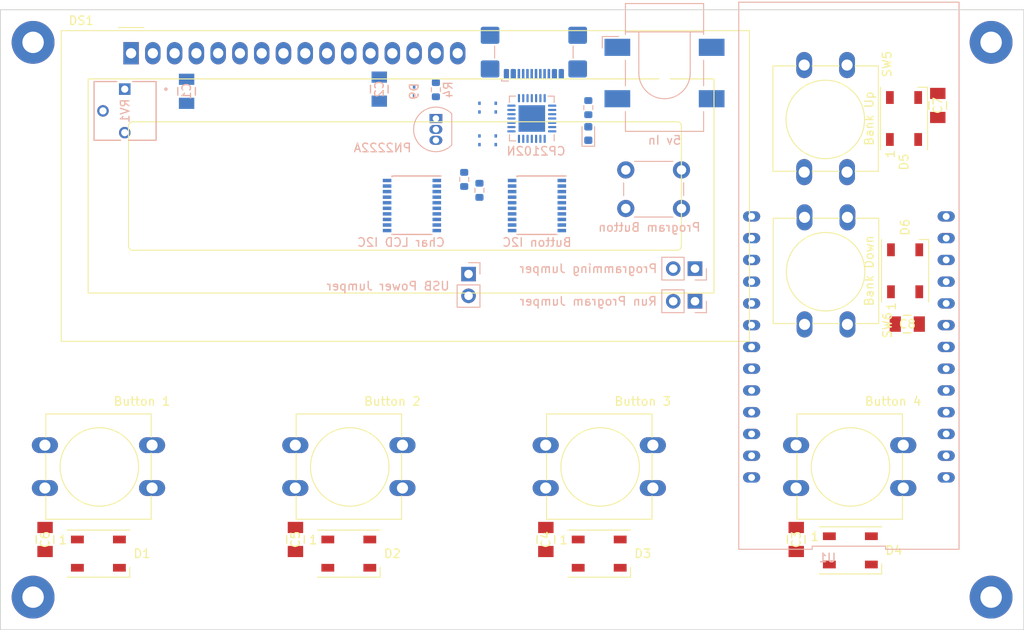
<source format=kicad_pcb>
(kicad_pcb (version 20221018) (generator pcbnew)
  (layers (0 "F.Cu" signal) (31 "B.Cu" signal) (34 "B.Paste" user) (35 "F.Paste" user) (36 "B.SilkS" user "B.Silkscreen") (37 "F.SilkS" user "F.Silkscreen") (38 "B.Mask" user) (39 "F.Mask" user) (44 "Edge.Cuts" user))
  (net 0 "")
  (net 1 "VBUS")
  (net 2 "GND")
  (net 3 "Net-(D1-DOUT)")
  (net 4 "WS2812b LED Data")
  (net 5 "Net-(D2-DOUT)")
  (net 6 "Net-(D3-DOUT)")
  (net 7 "Net-(D4-DOUT)")
  (net 8 "Net-(D5-DOUT)")
  (net 10 "Net-(D7-A)")
  (net 11 "Net-(D9-K)")
  (net 12 "Net-(D10-K)")
  (net 13 "Net-(D11-K)")
  (net 14 "Net-(D12-K)")
  (net 15 "Net-(DS1-VO)")
  (net 16 "Net-(DS1-RS)")
  (net 17 "Net-(DS1-R{slash}W)")
  (net 18 "Net-(DS1-E)")
  (net 23 "Net-(DS1-D4)")
  (net 24 "Net-(DS1-D5)")
  (net 25 "Net-(DS1-D6)")
  (net 26 "Net-(DS1-D7)")
  (net 27 "Net-(DS1-LED(-))")
  (net 28 "Net-(JP1-A)")
  (net 29 "Net-(JP2-A)")
  (net 30 "Net-(JP3-A)")
  (net 33 "LCD Backlight")
  (net 34 "SDA")
  (net 35 "SCL")
  (net 36 "Button 1")
  (net 37 "Button 2")
  (net 38 "Button 3")
  (net 39 "Button 4")
  (net 40 "Bank Up Button")
  (net 41 "Bank Down Button")
  (net 82 "Net-(U1-CLK_EN)")
  (footprint "LED_SMD:LED_WS2812B_PLCC4_5.0x5.0mm_P3.2mm" (layer "F.Cu") (at 105.41 88.9)
    (fp_text reference "D3" (at 5.08 0) (layer "F.SilkS"))
    (fp_text value "WS2812B")
    (fp_text user "1" (at -4.15 -1.6) (layer "F.SilkS"))
    (pad "1" smd rect (at -2.45 -1.65) (size 1.5 0.9) (layers "F.Cu" "F.Paste" "F.Mask") (net 1 "VBUS"))
    (pad "2" smd rect (at -2.45 1.65) (size 1.5 0.9) (layers "F.Cu" "F.Paste" "F.Mask") (net 6 "Net-(D3-DOUT)"))
    (pad "3" smd rect (at 2.45 1.65) (size 1.5 0.9) (layers "F.Cu" "F.Paste" "F.Mask") (net 2 "GND"))
    (pad "4" smd rect (at 2.45 -1.65) (size 1.5 0.9) (layers "F.Cu" "F.Paste" "F.Mask") (net 5 "Net-(D2-DOUT)"))
  )
  (footprint "MountingHole:MountingHole_2.5mm_Pad" (layer "F.Cu") (at 39.37 93.98)
    (fp_text reference "H2" hide)
    (fp_text value "MountingHole_Pad" hide)
    (pad "1" thru_hole circle (at 0 0) (size 5 5) (drill 2.5) (layers "*.Cu" "*.Mask") (net 2 "GND"))
  )
  (footprint "LED_SMD:LED_WS2812B_PLCC4_5.0x5.0mm_P3.2mm" (layer "F.Cu") (at 76.2 88.9)
    (fp_text reference "D2" (at 5.08 0) (layer "F.SilkS"))
    (fp_text value "WS2812B")
    (fp_text user "1" (at -4.15 -1.6) (layer "F.SilkS"))
    (pad "1" smd rect (at -2.45 -1.65) (size 1.5 0.9) (layers "F.Cu" "F.Paste" "F.Mask") (net 1 "VBUS"))
    (pad "2" smd rect (at -2.45 1.65) (size 1.5 0.9) (layers "F.Cu" "F.Paste" "F.Mask") (net 5 "Net-(D2-DOUT)"))
    (pad "3" smd rect (at 2.45 1.65) (size 1.5 0.9) (layers "F.Cu" "F.Paste" "F.Mask") (net 2 "GND"))
    (pad "4" smd rect (at 2.45 -1.65) (size 1.5 0.9) (layers "F.Cu" "F.Paste" "F.Mask") (net 3 "Net-(D1-DOUT)"))
  )
  (footprint "capacitor model:CAPC340180_88N_KEM" (layer "F.Cu") (at 69.977 87.249 90)
    (fp_text reference "C5" (at 0 0 90 unlocked) (layer "F.SilkS"))
    (fp_text value "C")
    (pad "1" smd rect (at -1.402798 0 90) (size 1.305598 1.799996) (layers "F.Cu" "F.Paste" "F.Mask") (net 1 "VBUS"))
    (pad "2" smd rect (at 1.402798 0 90) (size 1.305598 1.799996) (layers "F.Cu" "F.Paste" "F.Mask") (net 2 "GND"))
  )
  (footprint "capacitor model:CAPC340180_88N_KEM" (layer "F.Cu") (at 141.351 62.103)
    (fp_text reference "C8" (at 0 0 unlocked) (layer "F.SilkS"))
    (fp_text value "C")
    (pad "1" smd rect (at -1.402798 0) (size 1.305598 1.799996) (layers "F.Cu" "F.Paste" "F.Mask") (net 1 "VBUS"))
    (pad "2" smd rect (at 1.402798 0) (size 1.305598 1.799996) (layers "F.Cu" "F.Paste" "F.Mask") (net 2 "GND"))
  )
  (footprint "Button_Switch_THT:SW_PUSH-12mm" (layer "F.Cu") (at 69.96 76.24)
    (fp_text reference "SW2" hide)
    (fp_text value "Button 2" (at 11.32 -5.12) (layer "F.SilkS"))
    (pad "1" thru_hole oval (at 0 0) (size 3.048 1.85) (drill 1.3) (layers "*.Cu" "*.Mask") (net 37 "Button 2"))
    (pad "1" thru_hole oval (at 12.5 0) (size 3.048 1.85) (drill 1.3) (layers "*.Cu" "*.Mask") (net 37 "Button 2"))
    (pad "2" thru_hole oval (at 0 5) (size 3.048 1.85) (drill 1.3) (layers "*.Cu" "*.Mask") (net 2 "GND"))
    (pad "2" thru_hole oval (at 12.5 5) (size 3.048 1.85) (drill 1.3) (layers "*.Cu" "*.Mask") (net 2 "GND"))
  )
  (footprint "Display:WC1602A" (layer "F.Cu") (at 50.8 30.48)
    (fp_text reference "DS1" (at -5.82 -3.81) (layer "F.SilkS"))
    (fp_text value "Character LCD")
    (pad "1" thru_hole rect (at 0 0) (size 1.8 2.6) (drill 1.2) (layers "*.Cu" "*.Mask") (net 2 "GND"))
    (pad "2" thru_hole oval (at 2.54 0) (size 1.8 2.6) (drill 1.2) (layers "*.Cu" "*.Mask") (net 1 "VBUS"))
    (pad "3" thru_hole oval (at 5.08 0) (size 1.8 2.6) (drill 1.2) (layers "*.Cu" "*.Mask") (net 15 "Net-(DS1-VO)"))
    (pad "4" thru_hole oval (at 7.62 0) (size 1.8 2.6) (drill 1.2) (layers "*.Cu" "*.Mask") (net 16 "Net-(DS1-RS)"))
    (pad "5" thru_hole oval (at 10.16 0) (size 1.8 2.6) (drill 1.2) (layers "*.Cu" "*.Mask") (net 17 "Net-(DS1-R{slash}W)"))
    (pad "6" thru_hole oval (at 12.7 0) (size 1.8 2.6) (drill 1.2) (layers "*.Cu" "*.Mask") (net 18 "Net-(DS1-E)"))
    (pad "7" thru_hole oval (at 15.24 0) (size 1.8 2.6) (drill 1.2) (layers "*.Cu" "*.Mask"))
    (pad "8" thru_hole oval (at 17.78 0) (size 1.8 2.6) (drill 1.2) (layers "*.Cu" "*.Mask"))
    (pad "9" thru_hole oval (at 20.32 0) (size 1.8 2.6) (drill 1.2) (layers "*.Cu" "*.Mask"))
    (pad "10" thru_hole oval (at 22.86 0) (size 1.8 2.6) (drill 1.2) (layers "*.Cu" "*.Mask"))
    (pad "11" thru_hole oval (at 25.4 0) (size 1.8 2.6) (drill 1.2) (layers "*.Cu" "*.Mask") (net 23 "Net-(DS1-D4)"))
    (pad "12" thru_hole oval (at 27.94 0) (size 1.8 2.6) (drill 1.2) (layers "*.Cu" "*.Mask") (net 24 "Net-(DS1-D5)"))
    (pad "13" thru_hole oval (at 30.48 0) (size 1.8 2.6) (drill 1.2) (layers "*.Cu" "*.Mask") (net 25 "Net-(DS1-D6)"))
    (pad "14" thru_hole oval (at 33.02 0) (size 1.8 2.6) (drill 1.2) (layers "*.Cu" "*.Mask") (net 26 "Net-(DS1-D7)"))
    (pad "15" thru_hole oval (at 35.56 0) (size 1.8 2.6) (drill 1.2) (layers "*.Cu" "*.Mask") (net 1 "VBUS"))
    (pad "16" thru_hole oval (at 38.1 0) (size 1.8 2.6) (drill 1.2) (layers "*.Cu" "*.Mask") (net 27 "Net-(DS1-LED(-))"))
  )
  (footprint "LED_SMD:LED_WS2812B_PLCC4_5.0x5.0mm_P3.2mm" (layer "F.Cu") (at 46.99 88.9)
    (fp_text reference "D1" (at 5.08 0) (layer "F.SilkS"))
    (fp_text value "WS2812B")
    (fp_text user "1" (at -4.15 -1.6) (layer "F.SilkS"))
    (pad "1" smd rect (at -2.45 -1.65) (size 1.5 0.9) (layers "F.Cu" "F.Paste" "F.Mask") (net 1 "VBUS"))
    (pad "2" smd rect (at -2.45 1.65) (size 1.5 0.9) (layers "F.Cu" "F.Paste" "F.Mask") (net 3 "Net-(D1-DOUT)"))
    (pad "3" smd rect (at 2.45 1.65) (size 1.5 0.9) (layers "F.Cu" "F.Paste" "F.Mask") (net 2 "GND"))
    (pad "4" smd rect (at 2.45 -1.65) (size 1.5 0.9) (layers "F.Cu" "F.Paste" "F.Mask") (net 4 "WS2812b LED Data"))
  )
  (footprint "Button_Switch_THT:SW_PUSH-12mm" (layer "F.Cu") (at 134.366 49.64 -90)
    (fp_text reference "SW6" (at 12.59 -4.66 90) (layer "F.SilkS"))
    (fp_text value "Bank Down" (at 6.24 -2.54 90) (layer "F.SilkS"))
    (pad "1" thru_hole oval (at 0 0 270) (size 3.048 1.85) (drill 1.3) (layers "*.Cu" "*.Mask") (net 41 "Bank Down Button"))
    (pad "1" thru_hole oval (at 12.5 0 270) (size 3.048 1.85) (drill 1.3) (layers "*.Cu" "*.Mask") (net 41 "Bank Down Button"))
    (pad "2" thru_hole oval (at 0 5 270) (size 3.048 1.85) (drill 1.3) (layers "*.Cu" "*.Mask") (net 2 "GND"))
    (pad "2" thru_hole oval (at 12.5 5 270) (size 3.048 1.85) (drill 1.3) (layers "*.Cu" "*.Mask") (net 2 "GND"))
  )
  (footprint "LED_SMD:LED_WS2812B_PLCC4_5.0x5.0mm_P3.2mm" (layer "F.Cu") (at 141.097 55.88 90)
    (fp_text reference "D6" (at 5.08 0 90) (layer "F.SilkS"))
    (fp_text value "WS2812B" hide)
    (fp_text user "1" (at -4.15 -1.6 90) (layer "F.SilkS"))
    (pad "1" smd rect (at -2.45 -1.65 90) (size 1.5 0.9) (layers "F.Cu" "F.Paste" "F.Mask") (net 1 "VBUS"))
    (pad "2" smd rect (at -2.45 1.65 90) (size 1.5 0.9) (layers "F.Cu" "F.Paste" "F.Mask"))
    (pad "3" smd rect (at 2.45 1.65 90) (size 1.5 0.9) (layers "F.Cu" "F.Paste" "F.Mask") (net 2 "GND"))
    (pad "4" smd rect (at 2.45 -1.65 90) (size 1.5 0.9) (layers "F.Cu" "F.Paste" "F.Mask") (net 8 "Net-(D5-DOUT)"))
  )
  (footprint "LED_SMD:LED_WS2812B_PLCC4_5.0x5.0mm_P3.2mm" (layer "F.Cu") (at 134.71 88.52)
    (fp_text reference "D4" (at 5.08 0) (layer "F.SilkS"))
    (fp_text value "WS2812B")
    (fp_text user "1" (at -4.15 -1.6) (layer "F.SilkS"))
    (pad "1" smd rect (at -2.45 -1.65) (size 1.5 0.9) (layers "F.Cu" "F.Paste" "F.Mask") (net 1 "VBUS"))
    (pad "2" smd rect (at -2.45 1.65) (size 1.5 0.9) (layers "F.Cu" "F.Paste" "F.Mask") (net 7 "Net-(D4-DOUT)"))
    (pad "3" smd rect (at 2.45 1.65) (size 1.5 0.9) (layers "F.Cu" "F.Paste" "F.Mask") (net 2 "GND"))
    (pad "4" smd rect (at 2.45 -1.65) (size 1.5 0.9) (layers "F.Cu" "F.Paste" "F.Mask") (net 6 "Net-(D3-DOUT)"))
  )
  (footprint "capacitor model:CAPC340180_88N_KEM" (layer "F.Cu") (at 99.187 87.249 90)
    (fp_text reference "C4" (at 0 0 90 unlocked) (layer "F.SilkS"))
    (fp_text value "C")
    (pad "1" smd rect (at -1.402798 0 90) (size 1.305598 1.799996) (layers "F.Cu" "F.Paste" "F.Mask") (net 1 "VBUS"))
    (pad "2" smd rect (at 1.402798 0 90) (size 1.305598 1.799996) (layers "F.Cu" "F.Paste" "F.Mask") (net 2 "GND"))
  )
  (footprint "capacitor model:CAPC340180_88N_KEM" (layer "F.Cu") (at 40.767 87.249 90)
    (fp_text reference "C6" (at 0 0 90 unlocked) (layer "F.SilkS"))
    (fp_text value "C")
    (pad "1" smd rect (at -1.402798 0 90) (size 1.305598 1.799996) (layers "F.Cu" "F.Paste" "F.Mask") (net 1 "VBUS"))
    (pad "2" smd rect (at 1.402798 0 90) (size 1.305598 1.799996) (layers "F.Cu" "F.Paste" "F.Mask") (net 2 "GND"))
  )
  (footprint "MountingHole:MountingHole_2.5mm_Pad" (layer "F.Cu") (at 151.13 93.98)
    (fp_text reference "H4" hide)
    (fp_text value "MountingHole_Pad" hide)
    (pad "1" thru_hole circle (at 0 0) (size 5 5) (drill 2.5) (layers "*.Cu" "*.Mask") (net 2 "GND"))
  )
  (footprint "LED_SMD:LED_WS2812B_PLCC4_5.0x5.0mm_P3.2mm" (layer "F.Cu") (at 140.97 38.1 90)
    (fp_text reference "D5" (at -5.08 0 90) (layer "F.SilkS"))
    (fp_text value "WS2812B" hide)
    (fp_text user "1" (at -4.15 -1.6 90) (layer "F.SilkS"))
    (pad "1" smd rect (at -2.45 -1.65 90) (size 1.5 0.9) (layers "F.Cu" "F.Paste" "F.Mask") (net 1 "VBUS"))
    (pad "2" smd rect (at -2.45 1.65 90) (size 1.5 0.9) (layers "F.Cu" "F.Paste" "F.Mask") (net 8 "Net-(D5-DOUT)"))
    (pad "3" smd rect (at 2.45 1.65 90) (size 1.5 0.9) (layers "F.Cu" "F.Paste" "F.Mask") (net 2 "GND"))
    (pad "4" smd rect (at 2.45 -1.65 90) (size 1.5 0.9) (layers "F.Cu" "F.Paste" "F.Mask") (net 7 "Net-(D4-DOUT)"))
  )
  (footprint "Button_Switch_THT:SW_PUSH-12mm" (layer "F.Cu") (at 99.17 76.24)
    (fp_text reference "SW3" hide)
    (fp_text value "Button 3" (at 11.32 -5.12) (layer "F.SilkS"))
    (pad "1" thru_hole oval (at 0 0) (size 3.048 1.85) (drill 1.3) (layers "*.Cu" "*.Mask") (net 38 "Button 3"))
    (pad "1" thru_hole oval (at 12.5 0) (size 3.048 1.85) (drill 1.3) (layers "*.Cu" "*.Mask") (net 38 "Button 3"))
    (pad "2" thru_hole oval (at 0 5) (size 3.048 1.85) (drill 1.3) (layers "*.Cu" "*.Mask") (net 2 "GND"))
    (pad "2" thru_hole oval (at 12.5 5) (size 3.048 1.85) (drill 1.3) (layers "*.Cu" "*.Mask") (net 2 "GND"))
  )
  (footprint "Button_Switch_THT:SW_PUSH-12mm" (layer "F.Cu") (at 128.38 76.24)
    (fp_text reference "SW4" hide)
    (fp_text value "Button 4" (at 11.32 -5.12) (layer "F.SilkS"))
    (pad "1" thru_hole oval (at 0 0) (size 3.048 1.85) (drill 1.3) (layers "*.Cu" "*.Mask") (net 39 "Button 4"))
    (pad "1" thru_hole oval (at 12.5 0) (size 3.048 1.85) (drill 1.3) (layers "*.Cu" "*.Mask") (net 39 "Button 4"))
    (pad "2" thru_hole oval (at 0 5) (size 3.048 1.85) (drill 1.3) (layers "*.Cu" "*.Mask") (net 2 "GND"))
    (pad "2" thru_hole oval (at 12.5 5) (size 3.048 1.85) (drill 1.3) (layers "*.Cu" "*.Mask") (net 2 "GND"))
  )
  (footprint "MountingHole:MountingHole_2.5mm_Pad" (layer "F.Cu") (at 39.37 29.21)
    (fp_text reference "H1" hide)
    (fp_text value "MountingHole_Pad" hide)
    (pad "1" thru_hole circle (at 0 0) (size 5 5) (drill 2.5) (layers "*.Cu" "*.Mask") (net 2 "GND"))
  )
  (footprint "capacitor model:CAPC340180_88N_KEM" (layer "F.Cu") (at 144.907 36.576 90)
    (fp_text reference "C7" (at 0 0 90 unlocked) (layer "F.SilkS"))
    (fp_text value "C")
    (pad "1" smd rect (at -1.402798 0 90) (size 1.305598 1.799996) (layers "F.Cu" "F.Paste" "F.Mask") (net 1 "VBUS"))
    (pad "2" smd rect (at 1.402798 0 90) (size 1.305598 1.799996) (layers "F.Cu" "F.Paste" "F.Mask") (net 2 "GND"))
  )
  (footprint "MountingHole:MountingHole_2.5mm_Pad" (layer "F.Cu") (at 151.13 29.21)
    (fp_text reference "H3" hide)
    (fp_text value "MountingHole_Pad" hide)
    (pad "1" thru_hole circle (at 0 0) (size 5 5) (drill 2.5) (layers "*.Cu" "*.Mask") (net 2 "GND"))
  )
  (footprint "Button_Switch_THT:SW_PUSH-12mm" (layer "F.Cu") (at 40.75 76.24)
    (fp_text reference "SW1" hide)
    (fp_text value "Button 1" (at 11.32 -5.12) (layer "F.SilkS"))
    (pad "1" thru_hole oval (at 0 0) (size 3.048 1.85) (drill 1.3) (layers "*.Cu" "*.Mask") (net 36 "Button 1"))
    (pad "1" thru_hole oval (at 12.5 0) (size 3.048 1.85) (drill 1.3) (layers "*.Cu" "*.Mask") (net 36 "Button 1"))
    (pad "2" thru_hole oval (at 0 5) (size 3.048 1.85) (drill 1.3) (layers "*.Cu" "*.Mask") (net 2 "GND"))
    (pad "2" thru_hole oval (at 12.5 5) (size 3.048 1.85) (drill 1.3) (layers "*.Cu" "*.Mask") (net 2 "GND"))
  )
  (footprint "capacitor model:CAPC340180_88N_KEM" (layer "F.Cu") (at 128.397 87.249 90)
    (fp_text reference "C3" (at 0 0 90 unlocked) (layer "F.SilkS"))
    (fp_text value "C")
    (pad "1" smd rect (at -1.402798 0 90) (size 1.305598 1.799996) (layers "F.Cu" "F.Paste" "F.Mask") (net 1 "VBUS"))
    (pad "2" smd rect (at 1.402798 0 90) (size 1.305598 1.799996) (layers "F.Cu" "F.Paste" "F.Mask") (net 2 "GND"))
  )
  (footprint "Button_Switch_THT:SW_PUSH-12mm" (layer "F.Cu") (at 134.326 31.86 -90)
    (fp_text reference "SW5" (at -0.11 -4.66 90) (layer "F.SilkS"))
    (fp_text value "Bank Up" (at 6.24 -2.58 90) (layer "F.SilkS"))
    (pad "1" thru_hole oval (at 0 0 270) (size 3.048 1.85) (drill 1.3) (layers "*.Cu" "*.Mask") (net 40 "Bank Up Button"))
    (pad "1" thru_hole oval (at 12.5 0 270) (size 3.048 1.85) (drill 1.3) (layers "*.Cu" "*.Mask") (net 40 "Bank Up Button"))
    (pad "2" thru_hole oval (at 0 5 270) (size 3.048 1.85) (drill 1.3) (layers "*.Cu" "*.Mask") (net 2 "GND"))
    (pad "2" thru_hole oval (at 12.5 5 270) (size 3.048 1.85) (drill 1.3) (layers "*.Cu" "*.Mask") (net 2 "GND"))
  )
  (footprint "Resistor_SMD:R_0603_1608Metric" (layer "B.Cu") (at 86.36 34.735 90)
    (fp_text reference "R4" (at 0 1.43 90) (layer "B.SilkS") (effects (justify mirror)))
    (fp_text value "R" hide)
    (pad "1" smd roundrect (at -0.825 0 90) (size 0.8 0.95) (layers "B.Cu" "B.Paste" "B.Mask") (net 33 "LCD Backlight"))
    (pad "2" smd roundrect (at 0.825 0 90) (size 0.8 0.95) (layers "B.Cu" "B.Paste" "B.Mask") (net 1 "VBUS"))
  )
  (footprint "potentiometer:POT_3362P" (layer "B.Cu") (at 50.0634 34.671 -90)
    (fp_text reference "RV1" (at 2.54 -0.0381 90 unlocked) (layer "B.SilkS") (effects (justify mirror)))
    (fp_text value "Display Contrast" hide)
    (pad "1" thru_hole rect (at 0 0 270) (size 1.3462 1.3462) (drill 0.8382) (layers "*.Cu" "*.Mask") (net 2 "GND"))
    (pad "2" thru_hole circle (at 2.54 2.54 270) (size 1.3462 1.3462) (drill 0.8382) (layers "*.Cu" "*.Mask") (net 15 "Net-(DS1-VO)"))
    (pad "3" thru_hole circle (at 5.08 0 270) (size 1.3462 1.3462) (drill 0.8382) (layers "*.Cu" "*.Mask") (net 1 "VBUS"))
  )
  (footprint "tvs diode D5:SOD923_DIO" (layer "B.Cu") (at 91.44 40.64 90)
    (fp_text reference "D8" hide)
    (fp_text value "D_Zener" hide)
    (pad "1" smd rect (at -0.5066 0 90) (size 0.3932 0.3) (layers "B.Cu" "B.Paste" "B.Mask") (net 1 "VBUS"))
    (pad "2" smd rect (at 0.5066 0 90) (size 0.3932 0.3) (layers "B.Cu" "B.Paste" "B.Mask") (net 2 "GND"))
  )
  (footprint "Connector_USB:USB_C_Receptacle_GCT_USB4110" (layer "B.Cu") (at 97.79 29.21)
    (fp_text reference "P1" hide)
    (fp_text value "USB C Connector" hide)
    (pad "" np_thru_hole circle (at -2.89 2.605) (size 0.65 0.65) (drill 0.65) (layers "F&B.Cu" "*.Mask"))
    (pad "" np_thru_hole circle (at 2.89 2.605) (size 0.65 0.65) (drill 0.65) (layers "F&B.Cu" "*.Mask"))
    (pad "A1" smd roundrect (at -3.2 3.68) (size 0.6 1.15) (layers "B.Cu" "B.Paste" "B.Mask") (net 2 "GND"))
    (pad "A4" smd roundrect (at -2.4 3.68) (size 0.6 1.15) (layers "B.Cu" "B.Paste" "B.Mask") (net 29 "Net-(JP2-A)"))
    (pad "A5" smd roundrect (at -1.25 3.68) (size 0.3 1.15) (layers "B.Cu" "B.Paste" "B.Mask"))
    (pad "A6" smd roundrect (at -0.25 3.68) (size 0.3 1.15) (layers "B.Cu" "B.Paste" "B.Mask") (net 11 "Net-(D9-K)"))
    (pad "A7" smd roundrect (at 0.25 3.68) (size 0.3 1.15) (layers "B.Cu" "B.Paste" "B.Mask") (net 12 "Net-(D10-K)"))
    (pad "A8" smd roundrect (at 1.25 3.68) (size 0.3 1.15) (layers "B.Cu" "B.Paste" "B.Mask"))
    (pad "A9" smd roundrect (at 2.4 3.68) (size 0.6 1.15) (layers "B.Cu" "B.Paste" "B.Mask") (net 29 "Net-(JP2-A)"))
    (pad "A12" smd roundrect (at 3.2 3.68) (size 0.6 1.15) (layers "B.Cu" "B.Paste" "B.Mask") (net 2 "GND"))
    (pad "B1" smd roundrect (at 3.2 3.68) (size 0.6 1.15) (layers "B.Cu" "B.Paste" "B.Mask") (net 2 "GND"))
    (pad "B4" smd roundrect (at 2.4 3.68) (size 0.6 1.15) (layers "B.Cu" "B.Paste" "B.Mask") (net 29 "Net-(JP2-A)"))
    (pad "B5" smd roundrect (at 1.75 3.68) (size 0.3 1.15) (layers "B.Cu" "B.Paste" "B.Mask"))
    (pad "B6" smd roundrect (at 0.75 3.68) (size 0.3 1.15) (layers "B.Cu" "B.Paste" "B.Mask"))
    (pad "B7" smd roundrect (at -0.75 3.68) (size 0.3 1.15) (layers "B.Cu" "B.Paste" "B.Mask"))
    (pad "B8" smd roundrect (at -1.75 3.68) (size 0.3 1.15) (layers "B.Cu" "B.Paste" "B.Mask"))
    (pad "B9" smd roundrect (at -2.4 3.68) (size 0.6 1.15) (layers "B.Cu" "B.Paste" "B.Mask") (net 29 "Net-(JP2-A)"))
    (pad "B12" smd roundrect (at -3.2 3.68) (size 0.6 1.15) (layers "B.Cu" "B.Paste" "B.Mask") (net 2 "GND"))
    (pad "S1" smd roundrect (at -5.11 -0.825) (size 2.18 2) (layers "B.Cu" "B.Paste" "B.Mask") (roundrect_rratio 0.125) (net 2 "GND"))
    (pad "S1" smd roundrect (at -5.11 3.105) (size 2.18 2) (layers "B.Cu" "B.Paste" "B.Mask") (roundrect_rratio 0.125) (net 2 "GND"))
    (pad "S1" smd roundrect (at 5.11 -0.825) (size 2.18 2) (layers "B.Cu" "B.Paste" "B.Mask") (roundrect_rratio 0.125) (net 2 "GND"))
    (pad "S1" smd roundrect (at 5.11 3.105) (size 2.18 2) (layers "B.Cu" "B.Paste" "B.Mask") (roundrect_rratio 0.125) (net 2 "GND"))
  )
  (footprint "DevBoards:WT32-ETH01" (layer "B.Cu") (at 134.54 64.77 90)
    (fp_text reference "U1" (at -24.622 -2.5) (layer "B.SilkS") (effects (justify mirror)))
    (fp_text value "WT32-ETH01")
    (pad "1" thru_hole oval (at -15.24 -11.35 90) (size 1.2 2) (drill 0.8) (layers "*.Cu" "*.Mask") (net 82 "Net-(U1-CLK_EN)"))
    (pad "2" thru_hole oval (at -12.7 -11.35 90) (size 1.2 2) (drill 0.8) (layers "*.Cu" "*.Mask"))
    (pad "3" thru_hole oval (at -10.16 -11.35 90) (size 1.2 2) (drill 0.8) (layers "*.Cu" "*.Mask"))
    (pad "4" thru_hole oval (at -7.62 -11.35 90) (size 1.2 2) (drill 0.8) (layers "*.Cu" "*.Mask"))
    (pad "5" thru_hole oval (at -5.08 -11.35 90) (size 1.2 2) (drill 0.8) (layers "*.Cu" "*.Mask") (net 35 "SCL"))
    (pad "6" thru_hole oval (at -2.54 -11.35 90) (size 1.2 2) (drill 0.8) (layers "*.Cu" "*.Mask") (net 34 "SDA"))
    (pad "7" thru_hole oval (at 0 -11.35 90) (size 1.2 2) (drill 0.8) (layers "*.Cu" "*.Mask"))
    (pad "8" thru_hole oval (at 2.54 -11.35 90) (size 1.2 2) (drill 0.8) (layers "*.Cu" "*.Mask"))
    (pad "9" thru_hole oval (at 5.08 -11.35 90) (size 1.2 2) (drill 0.8) (layers "*.Cu" "*.Mask"))
    (pad "10" thru_hole oval (at 7.62 -11.35 90) (size 1.2 2) (drill 0.8) (layers "*.Cu" "*.Mask"))
    (pad "11" thru_hole oval (at 10.16 -11.35 90) (size 1.2 2) (drill 0.8) (layers "*.Cu" "*.Mask"))
    (pad "12" thru_hole oval (at 12.7 -11.35 90) (size 1.2 2) (drill 0.8) (layers "*.Cu" "*.Mask") (net 1 "VBUS"))
    (pad "13" thru_hole oval (at 15.24 -11.35 90) (size 1.2 2) (drill 0.8) (layers "*.Cu" "*.Mask"))
    (pad "14" thru_hole oval (at 15.24 11.35 90) (size 1.2 2) (drill 0.8) (layers "*.Cu" "*.Mask") (net 30 "Net-(JP3-A)"))
    (pad "15" thru_hole oval (at 12.7 11.35 90) (size 1.2 2) (drill 0.8) (layers "*.Cu" "*.Mask"))
    (pad "16" thru_hole oval (at 10.16 11.35 90) (size 1.2 2) (drill 0.8) (layers "*.Cu" "*.Mask") (net 4 "WS2812b LED Data"))
    (pad "17" thru_hole oval (at 7.62 11.35 90) (size 1.2 2) (drill 0.8) (layers "*.Cu" "*.Mask"))
    (pad "18" thru_hole oval (at 5.08 11.35 90) (size 1.2 2) (drill 0.8) (layers "*.Cu" "*.Mask"))
    (pad "19" thru_hole oval (at 2.54 11.35 90) (size 1.2 2) (drill 0.8) (layers "*.Cu" "*.Mask"))
    (pad "20" thru_hole oval (at 0 11.35 90) (size 1.2 2) (drill 0.8) (layers "*.Cu" "*.Mask"))
    (pad "21" thru_hole oval (at -2.54 11.35 90) (size 1.2 2) (drill 0.8) (layers "*.Cu" "*.Mask"))
    (pad "22" thru_hole oval (at -5.08 11.35 90) (size 1.2 2) (drill 0.8) (layers "*.Cu" "*.Mask"))
    (pad "23" thru_hole oval (at -7.62 11.35 90) (size 1.2 2) (drill 0.8) (layers "*.Cu" "*.Mask"))
    (pad "24" thru_hole oval (at -10.16 11.35 90) (size 1.2 2) (drill 0.8) (layers "*.Cu" "*.Mask") (net 28 "Net-(JP1-A)"))
    (pad "25" thru_hole oval (at -12.7 11.35 90) (size 1.2 2) (drill 0.8) (layers "*.Cu" "*.Mask") (net 14 "Net-(D12-K)"))
    (pad "26" thru_hole oval (at -15.24 11.35 90) (size 1.2 2) (drill 0.8) (layers "*.Cu" "*.Mask") (net 13 "Net-(D11-K)"))
  )
  (footprint "Connector_PinHeader_2.54mm:PinHeader_1x02_P2.54mm_Vertical" (layer "B.Cu") (at 90.17 56.261 180)
    (fp_text reference "JP2" hide)
    (fp_text value "USB Power Jumper" (at 9.398 -1.397) (layer "B.SilkS") (effects (justify mirror)))
    (pad "1" thru_hole rect (at 0 0 180) (size 1.7 1.7) (drill 1) (layers "*.Cu" "*.Mask") (net 29 "Net-(JP2-A)"))
    (pad "2" thru_hole oval (at 0 -2.54 180) (size 1.7 1.7) (drill 1) (layers "*.Cu" "*.Mask") (net 1 "VBUS"))
  )
  (footprint "tvs diode D5:SOD923_DIO" (layer "B.Cu") (at 93.345 40.64 -90)
    (fp_text reference "D11" hide)
    (fp_text value "D_Zener" hide)
    (pad "1" smd rect (at -0.5066 0 270) (size 0.3932 0.3) (layers "B.Cu" "B.Paste" "B.Mask") (net 13 "Net-(D11-K)"))
    (pad "2" smd rect (at 0.5066 0 270) (size 0.3932 0.3) (layers "B.Cu" "B.Paste" "B.Mask") (net 2 "GND"))
  )
  (footprint "Connector_BarrelJack:BarrelJack_CLIFF_FC681465S_SMT_Horizontal" (layer "B.Cu") (at 113.03 32.79 -90)
    (fp_text reference "J1" hide)
    (fp_text value "5v In" (at 7.85 0) (layer "B.SilkS") (effects (justify mirror)))
    (pad "" np_thru_hole oval (at -2.9 0 180) (size 2 1.5) (drill oval 2 1.5) (layers "*.Cu" "*.Mask"))
    (pad "" np_thru_hole circle (at 1.5 0 180) (size 2 2) (drill 2) (layers "*.Cu" "*.Mask"))
    (pad "1" smd rect (at -3 5.5 180) (size 3 2) (layers "B.Cu" "B.Paste" "B.Mask") (net 1 "VBUS"))
    (pad "1" smd rect (at 3 5.5 180) (size 3 2) (layers "B.Cu" "B.Paste" "B.Mask") (net 1 "VBUS"))
    (pad "2" smd rect (at 3 -5.5 180) (size 3 2) (layers "B.Cu" "B.Paste" "B.Mask") (net 2 "GND"))
    (pad "3" smd rect (at -3 -5.5 180) (size 3 2) (layers "B.Cu" "B.Paste" "B.Mask"))
  )
  (footprint "tvs diode D5:SOD923_DIO" (layer "B.Cu") (at 93.345 36.83 -90)
    (fp_text reference "D10" hide)
    (fp_text value "D_Zener" hide)
    (pad "1" smd rect (at -0.5066 0 270) (size 0.3932 0.3) (layers "B.Cu" "B.Paste" "B.Mask") (net 12 "Net-(D10-K)"))
    (pad "2" smd rect (at 0.5066 0 270) (size 0.3932 0.3) (layers "B.Cu" "B.Paste" "B.Mask") (net 2 "GND"))
  )
  (footprint "Resistor_SMD:R_0603_1608Metric" (layer "B.Cu") (at 104.14 36.83 90)
    (fp_text reference "R1" hide)
    (fp_text value "Power LED Resistor" hide)
    (pad "1" smd roundrect (at -0.825 0 90) (size 0.8 0.95) (layers "B.Cu" "B.Paste" "B.Mask") (net 1 "VBUS"))
    (pad "2" smd roundrect (at 0.825 0 90) (size 0.8 0.95) (layers "B.Cu" "B.Paste" "B.Mask") (net 10 "Net-(D7-A)"))
  )
  (footprint "Button_Switch_THT:SW_PUSH_6mm" (layer "B.Cu") (at 115.01 44.105 180)
    (fp_text reference "SW7" hide)
    (fp_text value "Program Button" (at 3.75 -6.7) (layer "B.SilkS") (effects (justify mirror)))
    (pad "1" thru_hole circle (at 0 0 90) (size 2 2) (drill 1.1) (layers "*.Cu" "*.Mask") (net 2 "GND"))
    (pad "1" thru_hole circle (at 6.5 0 90) (size 2 2) (drill 1.1) (layers "*.Cu" "*.Mask") (net 2 "GND"))
    (pad "2" thru_hole circle (at 0 -4.5 90) (size 2 2) (drill 1.1) (layers "*.Cu" "*.Mask") (net 82 "Net-(U1-CLK_EN)"))
    (pad "2" thru_hole circle (at 6.5 -4.5 90) (size 2 2) (drill 1.1) (layers "*.Cu" "*.Mask") (net 82 "Net-(U1-CLK_EN)"))
  )
  (footprint "capacitor model:CAPC340180_88N_KEM" (layer "B.Cu") (at 79.756 34.671 -90)
    (fp_text reference "C2" (at 0 0 90 unlocked) (layer "B.SilkS") (effects (justify mirror)))
    (fp_text value "C")
    (pad "1" smd rect (at -1.402798 0 270) (size 1.305598 1.799996) (layers "B.Cu" "B.Paste" "B.Mask") (net 1 "VBUS"))
    (pad "2" smd rect (at 1.402798 0 270) (size 1.305598 1.799996) (layers "B.Cu" "B.Paste" "B.Mask") (net 2 "GND"))
  )
  (footprint "Resistor_SMD:R_0603_1608Metric" (layer "B.Cu") (at 89.662 45.212 90)
    (fp_text reference "R3" hide)
    (fp_text value "SCL Pullup" hide)
    (pad "1" smd roundrect (at -0.825 0 90) (size 0.8 0.95) (layers "B.Cu" "B.Paste" "B.Mask") (net 35 "SCL"))
    (pad "2" smd roundrect (at 0.825 0 90) (size 0.8 0.95) (layers "B.Cu" "B.Paste" "B.Mask") (net 1 "VBUS"))
  )
  (footprint "LED_SMD:LED_0603_1608Metric" (layer "B.Cu") (at 104.14 39.8525 90)
    (fp_text reference "D7" hide)
    (fp_text value "Power LED" hide)
    (pad "1" smd roundrect (at -0.7875 0 90) (size 0.875 0.95) (layers "B.Cu" "B.Paste" "B.Mask") (net 2 "GND"))
    (pad "2" smd roundrect (at 0.7875 0 90) (size 0.875 0.95) (layers "B.Cu" "B.Paste" "B.Mask") (net 10 "Net-(D7-A)"))
  )
  (footprint "Package_SO:SSOP-20_4.4x6.5mm_P0.65mm" (layer "B.Cu") (at 83.566 48.26 180)
    (fp_text reference "U4" hide)
    (fp_text value "Char LCD I2C" (at 1.27 -4.3) (layer "B.SilkS") (effects (justify mirror)))
    (pad "1" smd rect (at -2.9 2.925 180) (size 1 0.4) (layers "B.Cu" "B.Paste" "B.Mask"))
    (pad "2" smd rect (at -2.9 2.275 180) (size 1 0.4) (layers "B.Cu" "B.Paste" "B.Mask") (net 35 "SCL"))
    (pad "3" smd rect (at -2.9 1.625 180) (size 1 0.4) (layers "B.Cu" "B.Paste" "B.Mask"))
    (pad "4" smd rect (at -2.9 0.975 180) (size 1 0.4) (layers "B.Cu" "B.Paste" "B.Mask") (net 34 "SDA"))
    (pad "5" smd rect (at -2.9 0.325 180) (size 1 0.4) (layers "B.Cu" "B.Paste" "B.Mask") (net 1 "VBUS"))
    (pad "6" smd rect (at -2.9 -0.325 180) (size 1 0.4) (layers "B.Cu" "B.Paste" "B.Mask") (net 1 "VBUS"))
    (pad "7" smd rect (at -2.9 -0.975 180) (size 1 0.4) (layers "B.Cu" "B.Paste" "B.Mask") (net 1 "VBUS"))
    (pad "8" smd rect (at -2.9 -1.625 180) (size 1 0.4) (layers "B.Cu" "B.Paste" "B.Mask"))
    (pad "9" smd rect (at -2.9 -2.275 180) (size 1 0.4) (layers "B.Cu" "B.Paste" "B.Mask") (net 1 "VBUS"))
    (pad "10" smd rect (at -2.9 -2.925 180) (size 1 0.4) (layers "B.Cu" "B.Paste" "B.Mask") (net 16 "Net-(DS1-RS)"))
    (pad "11" smd rect (at 2.9 -2.925 180) (size 1 0.4) (layers "B.Cu" "B.Paste" "B.Mask") (net 17 "Net-(DS1-R{slash}W)"))
    (pad "12" smd rect (at 2.9 -2.275 180) (size 1 0.4) (layers "B.Cu" "B.Paste" "B.Mask") (net 18 "Net-(DS1-E)"))
    (pad "13" smd rect (at 2.9 -1.625 180) (size 1 0.4) (layers "B.Cu" "B.Paste" "B.Mask"))
    (pad "14" smd rect (at 2.9 -0.975 180) (size 1 0.4) (layers "B.Cu" "B.Paste" "B.Mask") (net 33 "LCD Backlight"))
    (pad "15" smd rect (at 2.9 -0.325 180) (size 1 0.4) (layers "B.Cu" "B.Paste" "B.Mask") (net 2 "GND"))
    (pad "16" smd rect (at 2.9 0.325 180) (size 1 0.4) (layers "B.Cu" "B.Paste" "B.Mask") (net 23 "Net-(DS1-D4)"))
    (pad "17" smd rect (at 2.9 0.975 180) (size 1 0.4) (layers "B.Cu" "B.Paste" "B.Mask") (net 24 "Net-(DS1-D5)"))
    (pad "18" smd rect (at 2.9 1.625 180) (size 1 0.4) (layers "B.Cu" "B.Paste" "B.Mask"))
    (pad "19" smd rect (at 2.9 2.275 180) (size 1 0.4) (layers "B.Cu" "B.Paste" "B.Mask") (net 25 "Net-(DS1-D6)"))
    (pad "20" smd rect (at 2.9 2.925 180) (size 1 0.4) (layers "B.Cu" "B.Paste" "B.Mask") (net 26 "Net-(DS1-D7)"))
  )
  (footprint "tvs diode D5:SOD923_DIO" (layer "B.Cu") (at 83.82 34.925 -90)
    (fp_text reference "D9" (at 0 0 90 unlocked) (layer "B.SilkS") (effects (justify mirror)))
    (fp_text value "D_Zener" hide)
    (pad "1" smd rect (at -0.5066 0 270) (size 0.3932 0.3) (layers "B.Cu" "B.Paste" "B.Mask") (net 11 "Net-(D9-K)"))
    (pad "2" smd rect (at 0.5066 0 270) (size 0.3932 0.3) (layers "B.Cu" "B.Paste" "B.Mask") (net 2 "GND"))
  )
  (footprint "Package_SO:SSOP-20_4.4x6.5mm_P0.65mm" (layer "B.Cu") (at 98.15 48.26 180)
    (fp_text reference "U5" hide)
    (fp_text value "Button I2C" (at 0 -4.3) (layer "B.SilkS") (effects (justify mirror)))
    (pad "1" smd rect (at -2.9 2.925 180) (size 1 0.4) (layers "B.Cu" "B.Paste" "B.Mask"))
    (pad "2" smd rect (at -2.9 2.275 180) (size 1 0.4) (layers "B.Cu" "B.Paste" "B.Mask") (net 35 "SCL"))
    (pad "3" smd rect (at -2.9 1.625 180) (size 1 0.4) (layers "B.Cu" "B.Paste" "B.Mask"))
    (pad "4" smd rect (at -2.9 0.975 180) (size 1 0.4) (layers "B.Cu" "B.Paste" "B.Mask") (net 34 "SDA"))
    (pad "5" smd rect (at -2.9 0.325 180) (size 1 0.4) (layers "B.Cu" "B.Paste" "B.Mask") (net 1 "VBUS"))
    (pad "6" smd rect (at -2.9 -0.325 180) (size 1 0.4) (layers "B.Cu" "B.Paste" "B.Mask") (net 2 "GND"))
    (pad "7" smd rect (at -2.9 -0.975 180) (size 1 0.4) (layers "B.Cu" "B.Paste" "B.Mask") (net 1 "VBUS"))
    (pad "8" smd rect (at -2.9 -1.625 180) (size 1 0.4) (layers "B.Cu" "B.Paste" "B.Mask"))
    (pad "9" smd rect (at -2.9 -2.275 180) (size 1 0.4) (layers "B.Cu" "B.Paste" "B.Mask") (net 1 "VBUS"))
    (pad "10" smd rect (at -2.9 -2.925 180) (size 1 0.4) (layers "B.Cu" "B.Paste" "B.Mask") (net 41 "Bank Down Button"))
    (pad "11" smd rect (at 2.9 -2.925 180) (size 1 0.4) (layers "B.Cu" "B.Paste" "B.Mask") (net 40 "Bank Up Button"))
    (pad "12" smd rect (at 2.9 -2.275 180) (size 1 0.4) (layers "B.Cu" "B.Paste" "B.Mask") (net 39 "Button 4"))
    (pad "13" smd rect (at 2.9 -1.625 180) (size 1 0.4) (layers "B.Cu" "B.Paste" "B.Mask"))
    (pad "14" smd rect (at 2.9 -0.975 180) (size 1 0.4) (layers "B.Cu" "B.Paste" "B.Mask") (net 38 "Button 3"))
    (pad "15" smd rect (at 2.9 -0.325 180) (size 1 0.4) (layers "B.Cu" "B.Paste" "B.Mask") (net 2 "GND"))
    (pad "16" smd rect (at 2.9 0.325 180) (size 1 0.4) (layers "B.Cu" "B.Paste" "B.Mask") (net 37 "Button 2"))
    (pad "17" smd rect (at 2.9 0.975 180) (size 1 0.4) (layers "B.Cu" "B.Paste" "B.Mask") (net 36 "Button 1"))
    (pad "18" smd rect (at 2.9 1.625 180) (size 1 0.4) (layers "B.Cu" "B.Paste" "B.Mask"))
    (pad "19" smd rect (at 2.9 2.275 180) (size 1 0.4) (layers "B.Cu" "B.Paste" "B.Mask"))
    (pad "20" smd rect (at 2.9 2.925 180) (size 1 0.4) (layers "B.Cu" "B.Paste" "B.Mask"))
  )
  (footprint "tvs diode D5:SOD923_DIO" (layer "B.Cu") (at 91.44 36.83 -90)
    (fp_text reference "D12" hide)
    (fp_text value "D_Zener" hide)
    (pad "1" smd rect (at -0.5066 0 270) (size 0.3932 0.3) (layers "B.Cu" "B.Paste" "B.Mask") (net 14 "Net-(D12-K)"))
    (pad "2" smd rect (at 0.5066 0 270) (size 0.3932 0.3) (layers "B.Cu" "B.Paste" "B.Mask") (net 2 "GND"))
  )
  (footprint "Package_DFN_QFN:QFN-28-1EP_5x5mm_P0.5mm_EP3.1x3.1mm" (layer "B.Cu") (at 97.55 38.1 90)
    (fp_text reference "U3" hide)
    (fp_text value "CP2102N" (at -3.81 0.494) (layer "B.SilkS") (effects (justify mirror)))
    (pad "1" smd roundrect (at -2.375 1.5 90) (size 0.95 0.25) (layers "B.Cu" "B.Paste" "B.Mask"))
    (pad "2" smd roundrect (at -2.375 1 90) (size 0.95 0.25) (layers "B.Cu" "B.Paste" "B.Mask"))
    (pad "3" smd roundrect (at -2.375 0.5 90) (size 0.95 0.25) (layers "B.Cu" "B.Paste" "B.Mask") (net 2 "GND"))
    (pad "4" smd roundrect (at -2.375 0 90) (size 0.95 0.25) (layers "B.Cu" "B.Paste" "B.Mask") (net 11 "Net-(D9-K)"))
    (pad "5" smd roundrect (at -2.375 -0.5 90) (size 0.95 0.25) (layers "B.Cu" "B.Paste" "B.Mask") (net 12 "Net-(D10-K)"))
    (pad "6" smd roundrect (at -2.375 -1 90) (size 0.95 0.25) (layers "B.Cu" "B.Paste" "B.Mask") (net 1 "VBUS"))
    (pad "7" smd roundrect (at -2.375 -1.5 90) (size 0.95 0.25) (layers "B.Cu" "B.Paste" "B.Mask") (net 1 "VBUS"))
    (pad "8" smd roundrect (at -1.5 -2.375 90) (size 0.25 0.95) (layers "B.Cu" "B.Paste" "B.Mask") (net 29 "Net-(JP2-A)"))
    (pad "9" smd roundrect (at -1 -2.375 90) (size 0.25 0.95) (layers "B.Cu" "B.Paste" "B.Mask"))
    (pad "10" smd roundrect (at -0.5 -2.375 90) (size 0.25 0.95) (layers "B.Cu" "B.Paste" "B.Mask"))
    (pad "11" smd roundrect (at 0 -2.375 90) (size 0.25 0.95) (layers "B.Cu" "B.Paste" "B.Mask"))
    (pad "12" smd roundrect (at 0.5 -2.375 90) (size 0.25 0.95) (layers "B.Cu" "B.Paste" "B.Mask") (net 2 "GND"))
    (pad "13" smd roundrect (at 1 -2.375 90) (size 0.25 0.95) (layers "B.Cu" "B.Paste" "B.Mask"))
    (pad "14" smd roundrect (at 1.5 -2.375 90) (size 0.25 0.95) (layers "B.Cu" "B.Paste" "B.Mask"))
    (pad "15" smd roundrect (at 2.375 -1.5 90) (size 0.95 0.25) (layers "B.Cu" "B.Paste" "B.Mask"))
    (pad "16" smd roundrect (at 2.375 -1 90) (size 0.95 0.25) (layers "B.Cu" "B.Paste" "B.Mask"))
    (pad "17" smd roundrect (at 2.375 -0.5 90) (size 0.95 0.25) (layers "B.Cu" "B.Paste" "B.Mask") (net 13 "Net-(D11-K)"))
    (pad "18" smd roundrect (at 2.375 0 90) (size 0.95 0.25) (layers "B.Cu" "B.Paste" "B.Mask") (net 14 "Net-(D12-K)"))
    (pad "19" smd roundrect (at 2.375 0.5 90) (size 0.95 0.25) (layers "B.Cu" "B.Paste" "B.Mask"))
    (pad "20" smd roundrect (at 2.375 1 90) (size 0.95 0.25) (layers "B.Cu" "B.Paste" "B.Mask"))
    (pad "21" smd roundrect (at 2.375 1.5 90) (size 0.95 0.25) (layers "B.Cu" "B.Paste" "B.Mask") (net 2 "GND"))
    (pad "22" smd roundrect (at 1.5 2.375 90) (size 0.25 0.95) (layers "B.Cu" "B.Paste" "B.Mask"))
    (pad "23" smd roundrect (at 1 2.375 90) (size 0.25 0.95) (layers "B.Cu" "B.Paste" "B.Mask"))
    (pad "24" smd roundrect (at 0.5 2.375 90) (size 0.25 0.95) (layers "B.Cu" "B.Paste" "B.Mask"))
    (pad "25" smd roundrect (at 0 2.375 90) (size 0.25 0.95) (layers "B.Cu" "B.Paste" "B.Mask"))
    (pad "26" smd roundrect (at -0.5 2.375 90) (size 0.25 0.95) (layers "B.Cu" "B.Paste" "B.Mask"))
    (pad "27" smd roundrect (at -1 2.375 90) (size 0.25 0.95) (layers "B.Cu" "B.Paste" "B.Mask"))
    (pad "28" smd roundrect (at -1.5 2.375 90) (size 0.25 0.95) (layers "B.Cu" "B.Paste" "B.Mask"))
    (pad "29" smd rect (at 0 0 90) (size 3.1 3.1) (layers "B.Cu" "B.Mask"))
  )
  (footprint "capacitor model:CAPC340180_88N_KEM" (layer "B.Cu") (at 57.277 34.925 -90)
    (fp_text reference "C1" (at 0 0 90 unlocked) (layer "B.SilkS") (effects (justify mirror)))
    (fp_text value "C")
    (pad "1" smd rect (at -1.402798 0 270) (size 1.305598 1.799996) (layers "B.Cu" "B.Paste" "B.Mask") (net 1 "VBUS"))
    (pad "2" smd rect (at 1.402798 0 270) (size 1.305598 1.799996) (layers "B.Cu" "B.Paste" "B.Mask") (net 2 "GND"))
  )
  (footprint "Resistor_SMD:R_0603_1608Metric" (layer "B.Cu") (at 91.44 46.482 90)
    (fp_text reference "R2" hide)
    (fp_text value "SDA Pullup" hide)
    (pad "1" smd roundrect (at -0.825 0 90) (size 0.8 0.95) (layers "B.Cu" "B.Paste" "B.Mask") (net 34 "SDA"))
    (pad "2" smd roundrect (at 0.825 0 90) (size 0.8 0.95) (layers "B.Cu" "B.Paste" "B.Mask") (net 1 "VBUS"))
  )
  (footprint "Connector_PinHeader_2.54mm:PinHeader_1x02_P2.54mm_Vertical" (layer "B.Cu") (at 116.586 59.436 90)
    (fp_text reference "JP3" hide)
    (fp_text value "Run Program Jumper" (at 0 -12.446 180) (layer "B.SilkS") (effects (justify mirror)))
    (pad "1" thru_hole rect (at 0 0 90) (size 1.7 1.7) (drill 1) (layers "*.Cu" "*.Mask") (net 30 "Net-(JP3-A)"))
    (pad "2" thru_hole oval (at 0 -2.54 90) (size 1.7 1.7) (drill 1) (layers "*.Cu" "*.Mask") (net 2 "GND"))
  )
  (footprint "Package_TO_SOT_THT:TO-92_Inline" (layer "B.Cu") (at 86.36 38.1 -90)
    (fp_text reference "Q1" hide)
    (fp_text value "PN2222A" (at 3.429 6.223 180) (layer "B.SilkS") (effects (justify mirror)))
    (pad "1" thru_hole rect (at 0 0 270) (size 1.05 1.5) (drill 0.75) (layers "*.Cu" "*.Mask") (net 2 "GND"))
    (pad "2" thru_hole oval (at 1.27 0 270) (size 1.05 1.5) (drill 0.75) (layers "*.Cu" "*.Mask") (net 33 "LCD Backlight"))
    (pad "3" thru_hole oval (at 2.54 0 270) (size 1.05 1.5) (drill 0.75) (layers "*.Cu" "*.Mask") (net 27 "Net-(DS1-LED(-))"))
  )
  (footprint "Connector_PinHeader_2.54mm:PinHeader_1x02_P2.54mm_Vertical" (layer "B.Cu") (at 116.586 55.626 90)
    (fp_text reference "JP1" hide)
    (fp_text value "Programming Jumper" (at 0 -12.446) (layer "B.SilkS") (effects (justify mirror)))
    (pad "1" thru_hole rect (at 0 0 90) (size 1.7 1.7) (drill 1) (layers "*.Cu" "*.Mask") (net 28 "Net-(JP1-A)"))
    (pad "2" thru_hole oval (at 0 -2.54 90) (size 1.7 1.7) (drill 1) (layers "*.Cu" "*.Mask") (net 2 "GND"))
  )
  (gr_rect (start 35.56 25.4) (end 154.94 97.79) (stroke (width 0.1)) (fill none) (layer "Edge.Cuts"))
)
</source>
